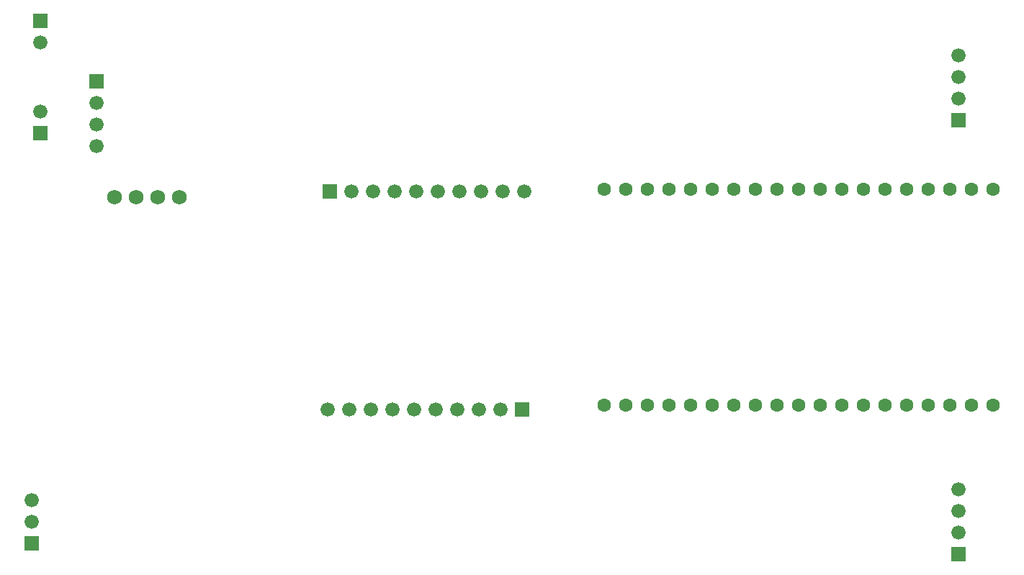
<source format=gbs>
G04 Layer: BottomSolderMaskLayer*
G04 EasyEDA v6.5.50, 2025-07-18 22:31:46*
G04 04dc3b07505f4677bf90bee5ef889ce6,38ef4e46ccee4584b929a847fdfc0218,10*
G04 Gerber Generator version 0.2*
G04 Scale: 100 percent, Rotated: No, Reflected: No *
G04 Dimensions in millimeters *
G04 leading zeros omitted , absolute positions ,4 integer and 5 decimal *
%FSLAX45Y45*%
%MOMM*%

%AMMACRO1*4,1,8,-0.8085,-0.8382,-0.8382,-0.8082,-0.8382,0.8085,-0.8085,0.8382,0.8082,0.8382,0.8382,0.8085,0.8382,-0.8082,0.8082,-0.8382,-0.8085,-0.8382,0*%
%ADD10C,1.6764*%
%ADD11MACRO1*%
%ADD12C,1.7516*%
%ADD13C,1.6000*%
%ADD14C,0.0146*%

%LPD*%
D10*
G01*
X4343400Y1358900D03*
G01*
X4597400Y1358900D03*
G01*
X4851400Y1358900D03*
G01*
X5105400Y1358900D03*
G01*
X5359400Y1358900D03*
G01*
X5613400Y1358900D03*
G01*
X5867400Y1358900D03*
G01*
X6121400Y1358900D03*
G01*
X6375400Y1358900D03*
D11*
G01*
X6629400Y1358900D03*
D10*
G01*
X6654800Y3924300D03*
G01*
X6400800Y3924300D03*
G01*
X6146800Y3924300D03*
G01*
X5892800Y3924300D03*
G01*
X5638800Y3924300D03*
G01*
X5384800Y3924300D03*
G01*
X5130800Y3924300D03*
G01*
X4876800Y3924300D03*
G01*
X4622800Y3924300D03*
D11*
G01*
X4368800Y3924300D03*
G01*
X863600Y-215900D03*
D10*
G01*
X863600Y38100D03*
G01*
X863600Y292100D03*
D11*
G01*
X965200Y4610100D03*
D10*
G01*
X965200Y4864100D03*
D11*
G01*
X965200Y5930900D03*
D10*
G01*
X965200Y5676900D03*
D11*
G01*
X11760200Y-342900D03*
D10*
G01*
X11760200Y-88900D03*
G01*
X11760200Y165100D03*
G01*
X11760200Y419100D03*
D11*
G01*
X11760200Y4762500D03*
D10*
G01*
X11760200Y5016500D03*
G01*
X11760200Y5270500D03*
G01*
X11760200Y5524500D03*
D11*
G01*
X1625600Y5219700D03*
D10*
G01*
X1625600Y4965700D03*
G01*
X1625600Y4711700D03*
G01*
X1625600Y4457700D03*
D12*
G01*
X2603500Y3860927D03*
G01*
X2349500Y3860927D03*
G01*
X2095500Y3860927D03*
G01*
X1841500Y3860672D03*
D13*
G01*
X7594605Y1409702D03*
G01*
X7848605Y1409702D03*
G01*
X8102605Y1409702D03*
G01*
X8356605Y1409702D03*
G01*
X8610605Y1409702D03*
G01*
X8864605Y1409702D03*
G01*
X9118605Y1409702D03*
G01*
X9372605Y1409702D03*
G01*
X9626605Y1409702D03*
G01*
X9880605Y1409702D03*
G01*
X10134605Y1409702D03*
G01*
X10388605Y1409702D03*
G01*
X10642605Y1409702D03*
G01*
X10896605Y1409702D03*
G01*
X11150605Y1409702D03*
G01*
X11404605Y1409702D03*
G01*
X11658605Y1409702D03*
G01*
X11912605Y1409702D03*
G01*
X12166605Y1409702D03*
G01*
X7594605Y3949702D03*
G01*
X7848605Y3949702D03*
G01*
X8102605Y3949702D03*
G01*
X8356605Y3949702D03*
G01*
X8610605Y3949702D03*
G01*
X8864605Y3949702D03*
G01*
X9118605Y3949702D03*
G01*
X9372605Y3949702D03*
G01*
X9626605Y3949702D03*
G01*
X9880605Y3949702D03*
G01*
X10134605Y3949702D03*
G01*
X10388605Y3949702D03*
G01*
X10642605Y3949702D03*
G01*
X10896605Y3949702D03*
G01*
X11150605Y3949702D03*
G01*
X11404605Y3949702D03*
G01*
X11658605Y3949702D03*
G01*
X11912605Y3949702D03*
G01*
X12166605Y3949702D03*
M02*

</source>
